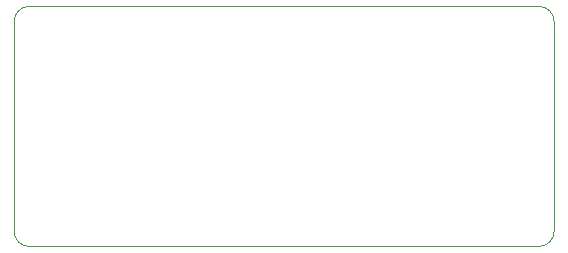
<source format=gbr>
G04 #@! TF.GenerationSoftware,KiCad,Pcbnew,(6.0.11)*
G04 #@! TF.CreationDate,2023-04-28T13:02:27+02:00*
G04 #@! TF.ProjectId,cyberticket,63796265-7274-4696-936b-65742e6b6963,rev?*
G04 #@! TF.SameCoordinates,Original*
G04 #@! TF.FileFunction,Profile,NP*
%FSLAX46Y46*%
G04 Gerber Fmt 4.6, Leading zero omitted, Abs format (unit mm)*
G04 Created by KiCad (PCBNEW (6.0.11)) date 2023-04-28 13:02:27*
%MOMM*%
%LPD*%
G01*
G04 APERTURE LIST*
G04 #@! TA.AperFunction,Profile*
%ADD10C,0.100000*%
G04 #@! TD*
G04 APERTURE END LIST*
D10*
X87630000Y-68580000D02*
G75*
G03*
X88900000Y-69850000I1270000J0D01*
G01*
X88900000Y-49530000D02*
G75*
G03*
X87630000Y-50800000I0J-1270000D01*
G01*
X87630000Y-50800000D02*
X87630000Y-68580000D01*
X133350000Y-50800000D02*
G75*
G03*
X132080000Y-49530000I-1270000J0D01*
G01*
X88900000Y-69850000D02*
X132080000Y-69850000D01*
X132080000Y-49530000D02*
X88900000Y-49530000D01*
X133350000Y-68580000D02*
X133350000Y-50800000D01*
X132080000Y-69850000D02*
G75*
G03*
X133350000Y-68580000I0J1270000D01*
G01*
M02*

</source>
